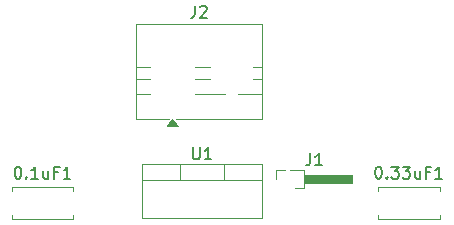
<source format=gbr>
%TF.GenerationSoftware,KiCad,Pcbnew,9.0.7*%
%TF.CreationDate,2026-01-22T13:26:51+05:30*%
%TF.ProjectId,uc7800,75633738-3030-42e6-9b69-6361645f7063,rev?*%
%TF.SameCoordinates,Original*%
%TF.FileFunction,Legend,Top*%
%TF.FilePolarity,Positive*%
%FSLAX46Y46*%
G04 Gerber Fmt 4.6, Leading zero omitted, Abs format (unit mm)*
G04 Created by KiCad (PCBNEW 9.0.7) date 2026-01-22 13:26:51*
%MOMM*%
%LPD*%
G01*
G04 APERTURE LIST*
%ADD10C,0.150000*%
%ADD11C,0.120000*%
G04 APERTURE END LIST*
D10*
X147880952Y-92954819D02*
X147976190Y-92954819D01*
X147976190Y-92954819D02*
X148071428Y-93002438D01*
X148071428Y-93002438D02*
X148119047Y-93050057D01*
X148119047Y-93050057D02*
X148166666Y-93145295D01*
X148166666Y-93145295D02*
X148214285Y-93335771D01*
X148214285Y-93335771D02*
X148214285Y-93573866D01*
X148214285Y-93573866D02*
X148166666Y-93764342D01*
X148166666Y-93764342D02*
X148119047Y-93859580D01*
X148119047Y-93859580D02*
X148071428Y-93907200D01*
X148071428Y-93907200D02*
X147976190Y-93954819D01*
X147976190Y-93954819D02*
X147880952Y-93954819D01*
X147880952Y-93954819D02*
X147785714Y-93907200D01*
X147785714Y-93907200D02*
X147738095Y-93859580D01*
X147738095Y-93859580D02*
X147690476Y-93764342D01*
X147690476Y-93764342D02*
X147642857Y-93573866D01*
X147642857Y-93573866D02*
X147642857Y-93335771D01*
X147642857Y-93335771D02*
X147690476Y-93145295D01*
X147690476Y-93145295D02*
X147738095Y-93050057D01*
X147738095Y-93050057D02*
X147785714Y-93002438D01*
X147785714Y-93002438D02*
X147880952Y-92954819D01*
X148642857Y-93859580D02*
X148690476Y-93907200D01*
X148690476Y-93907200D02*
X148642857Y-93954819D01*
X148642857Y-93954819D02*
X148595238Y-93907200D01*
X148595238Y-93907200D02*
X148642857Y-93859580D01*
X148642857Y-93859580D02*
X148642857Y-93954819D01*
X149642856Y-93954819D02*
X149071428Y-93954819D01*
X149357142Y-93954819D02*
X149357142Y-92954819D01*
X149357142Y-92954819D02*
X149261904Y-93097676D01*
X149261904Y-93097676D02*
X149166666Y-93192914D01*
X149166666Y-93192914D02*
X149071428Y-93240533D01*
X150499999Y-93288152D02*
X150499999Y-93954819D01*
X150071428Y-93288152D02*
X150071428Y-93811961D01*
X150071428Y-93811961D02*
X150119047Y-93907200D01*
X150119047Y-93907200D02*
X150214285Y-93954819D01*
X150214285Y-93954819D02*
X150357142Y-93954819D01*
X150357142Y-93954819D02*
X150452380Y-93907200D01*
X150452380Y-93907200D02*
X150499999Y-93859580D01*
X151309523Y-93431009D02*
X150976190Y-93431009D01*
X150976190Y-93954819D02*
X150976190Y-92954819D01*
X150976190Y-92954819D02*
X151452380Y-92954819D01*
X152357142Y-93954819D02*
X151785714Y-93954819D01*
X152071428Y-93954819D02*
X152071428Y-92954819D01*
X152071428Y-92954819D02*
X151976190Y-93097676D01*
X151976190Y-93097676D02*
X151880952Y-93192914D01*
X151880952Y-93192914D02*
X151785714Y-93240533D01*
X172669166Y-91819819D02*
X172669166Y-92534104D01*
X172669166Y-92534104D02*
X172621547Y-92676961D01*
X172621547Y-92676961D02*
X172526309Y-92772200D01*
X172526309Y-92772200D02*
X172383452Y-92819819D01*
X172383452Y-92819819D02*
X172288214Y-92819819D01*
X173669166Y-92819819D02*
X173097738Y-92819819D01*
X173383452Y-92819819D02*
X173383452Y-91819819D01*
X173383452Y-91819819D02*
X173288214Y-91962676D01*
X173288214Y-91962676D02*
X173192976Y-92057914D01*
X173192976Y-92057914D02*
X173097738Y-92105533D01*
X178404762Y-92954819D02*
X178500000Y-92954819D01*
X178500000Y-92954819D02*
X178595238Y-93002438D01*
X178595238Y-93002438D02*
X178642857Y-93050057D01*
X178642857Y-93050057D02*
X178690476Y-93145295D01*
X178690476Y-93145295D02*
X178738095Y-93335771D01*
X178738095Y-93335771D02*
X178738095Y-93573866D01*
X178738095Y-93573866D02*
X178690476Y-93764342D01*
X178690476Y-93764342D02*
X178642857Y-93859580D01*
X178642857Y-93859580D02*
X178595238Y-93907200D01*
X178595238Y-93907200D02*
X178500000Y-93954819D01*
X178500000Y-93954819D02*
X178404762Y-93954819D01*
X178404762Y-93954819D02*
X178309524Y-93907200D01*
X178309524Y-93907200D02*
X178261905Y-93859580D01*
X178261905Y-93859580D02*
X178214286Y-93764342D01*
X178214286Y-93764342D02*
X178166667Y-93573866D01*
X178166667Y-93573866D02*
X178166667Y-93335771D01*
X178166667Y-93335771D02*
X178214286Y-93145295D01*
X178214286Y-93145295D02*
X178261905Y-93050057D01*
X178261905Y-93050057D02*
X178309524Y-93002438D01*
X178309524Y-93002438D02*
X178404762Y-92954819D01*
X179166667Y-93859580D02*
X179214286Y-93907200D01*
X179214286Y-93907200D02*
X179166667Y-93954819D01*
X179166667Y-93954819D02*
X179119048Y-93907200D01*
X179119048Y-93907200D02*
X179166667Y-93859580D01*
X179166667Y-93859580D02*
X179166667Y-93954819D01*
X179547619Y-92954819D02*
X180166666Y-92954819D01*
X180166666Y-92954819D02*
X179833333Y-93335771D01*
X179833333Y-93335771D02*
X179976190Y-93335771D01*
X179976190Y-93335771D02*
X180071428Y-93383390D01*
X180071428Y-93383390D02*
X180119047Y-93431009D01*
X180119047Y-93431009D02*
X180166666Y-93526247D01*
X180166666Y-93526247D02*
X180166666Y-93764342D01*
X180166666Y-93764342D02*
X180119047Y-93859580D01*
X180119047Y-93859580D02*
X180071428Y-93907200D01*
X180071428Y-93907200D02*
X179976190Y-93954819D01*
X179976190Y-93954819D02*
X179690476Y-93954819D01*
X179690476Y-93954819D02*
X179595238Y-93907200D01*
X179595238Y-93907200D02*
X179547619Y-93859580D01*
X180500000Y-92954819D02*
X181119047Y-92954819D01*
X181119047Y-92954819D02*
X180785714Y-93335771D01*
X180785714Y-93335771D02*
X180928571Y-93335771D01*
X180928571Y-93335771D02*
X181023809Y-93383390D01*
X181023809Y-93383390D02*
X181071428Y-93431009D01*
X181071428Y-93431009D02*
X181119047Y-93526247D01*
X181119047Y-93526247D02*
X181119047Y-93764342D01*
X181119047Y-93764342D02*
X181071428Y-93859580D01*
X181071428Y-93859580D02*
X181023809Y-93907200D01*
X181023809Y-93907200D02*
X180928571Y-93954819D01*
X180928571Y-93954819D02*
X180642857Y-93954819D01*
X180642857Y-93954819D02*
X180547619Y-93907200D01*
X180547619Y-93907200D02*
X180500000Y-93859580D01*
X181976190Y-93288152D02*
X181976190Y-93954819D01*
X181547619Y-93288152D02*
X181547619Y-93811961D01*
X181547619Y-93811961D02*
X181595238Y-93907200D01*
X181595238Y-93907200D02*
X181690476Y-93954819D01*
X181690476Y-93954819D02*
X181833333Y-93954819D01*
X181833333Y-93954819D02*
X181928571Y-93907200D01*
X181928571Y-93907200D02*
X181976190Y-93859580D01*
X182785714Y-93431009D02*
X182452381Y-93431009D01*
X182452381Y-93954819D02*
X182452381Y-92954819D01*
X182452381Y-92954819D02*
X182928571Y-92954819D01*
X183833333Y-93954819D02*
X183261905Y-93954819D01*
X183547619Y-93954819D02*
X183547619Y-92954819D01*
X183547619Y-92954819D02*
X183452381Y-93097676D01*
X183452381Y-93097676D02*
X183357143Y-93192914D01*
X183357143Y-93192914D02*
X183261905Y-93240533D01*
X162916666Y-79334819D02*
X162916666Y-80049104D01*
X162916666Y-80049104D02*
X162869047Y-80191961D01*
X162869047Y-80191961D02*
X162773809Y-80287200D01*
X162773809Y-80287200D02*
X162630952Y-80334819D01*
X162630952Y-80334819D02*
X162535714Y-80334819D01*
X163345238Y-79430057D02*
X163392857Y-79382438D01*
X163392857Y-79382438D02*
X163488095Y-79334819D01*
X163488095Y-79334819D02*
X163726190Y-79334819D01*
X163726190Y-79334819D02*
X163821428Y-79382438D01*
X163821428Y-79382438D02*
X163869047Y-79430057D01*
X163869047Y-79430057D02*
X163916666Y-79525295D01*
X163916666Y-79525295D02*
X163916666Y-79620533D01*
X163916666Y-79620533D02*
X163869047Y-79763390D01*
X163869047Y-79763390D02*
X163297619Y-80334819D01*
X163297619Y-80334819D02*
X163916666Y-80334819D01*
X162738095Y-91304819D02*
X162738095Y-92114342D01*
X162738095Y-92114342D02*
X162785714Y-92209580D01*
X162785714Y-92209580D02*
X162833333Y-92257200D01*
X162833333Y-92257200D02*
X162928571Y-92304819D01*
X162928571Y-92304819D02*
X163119047Y-92304819D01*
X163119047Y-92304819D02*
X163214285Y-92257200D01*
X163214285Y-92257200D02*
X163261904Y-92209580D01*
X163261904Y-92209580D02*
X163309523Y-92114342D01*
X163309523Y-92114342D02*
X163309523Y-91304819D01*
X164309523Y-92304819D02*
X163738095Y-92304819D01*
X164023809Y-92304819D02*
X164023809Y-91304819D01*
X164023809Y-91304819D02*
X163928571Y-91447676D01*
X163928571Y-91447676D02*
X163833333Y-91542914D01*
X163833333Y-91542914D02*
X163738095Y-91590533D01*
D11*
%TO.C,0.1uF1*%
X147380000Y-94630000D02*
X152620000Y-94630000D01*
X147380000Y-94967000D02*
X147380000Y-94630000D01*
X147380000Y-97370000D02*
X147380000Y-97033000D01*
X152620000Y-94630000D02*
X152620000Y-94967000D01*
X152620000Y-97033000D02*
X152620000Y-97370000D01*
X152620000Y-97370000D02*
X147380000Y-97370000D01*
%TO.C,J1*%
X169760000Y-93190000D02*
X170570000Y-93190000D01*
X169760000Y-94000000D02*
X169760000Y-93190000D01*
X170960000Y-93255000D02*
X172180000Y-93255000D01*
X172180000Y-93255000D02*
X172180000Y-94745000D01*
X172180000Y-94745000D02*
X171380000Y-94745000D01*
X172180000Y-93690000D02*
X176180000Y-93690000D01*
X176180000Y-94310000D01*
X172180000Y-94310000D01*
X172180000Y-93690000D01*
G36*
X172180000Y-93690000D02*
G01*
X176180000Y-93690000D01*
X176180000Y-94310000D01*
X172180000Y-94310000D01*
X172180000Y-93690000D01*
G37*
%TO.C,0.33uF1*%
X178380000Y-94630000D02*
X183620000Y-94630000D01*
X178380000Y-94967000D02*
X178380000Y-94630000D01*
X178380000Y-97370000D02*
X178380000Y-97033000D01*
X183620000Y-94630000D02*
X183620000Y-94967000D01*
X183620000Y-97033000D02*
X183620000Y-97370000D01*
X183620000Y-97370000D02*
X178380000Y-97370000D01*
%TO.C,J2*%
X157880000Y-80880000D02*
X168620000Y-80880000D01*
X157880000Y-84500000D02*
X159120000Y-84500000D01*
X157880000Y-85500000D02*
X159120000Y-85500000D01*
X157880000Y-86800000D02*
X159120000Y-86800000D01*
X157880000Y-88920000D02*
X157880000Y-80880000D01*
X160700000Y-88920000D02*
X157880000Y-88920000D01*
X162880000Y-84500000D02*
X164188000Y-84500000D01*
X162880000Y-85500000D02*
X164188000Y-85500000D01*
X162880000Y-86800000D02*
X165457000Y-86800000D01*
X166543000Y-86800000D02*
X168620000Y-86800000D01*
X167812000Y-84500000D02*
X168620000Y-84500000D01*
X167812000Y-85500000D02*
X168620000Y-85500000D01*
X168620000Y-80880000D02*
X168620000Y-88920000D01*
X168620000Y-88920000D02*
X161300000Y-88920000D01*
X161440000Y-89530000D02*
X160560000Y-89530000D01*
X161000000Y-88920000D01*
X161440000Y-89530000D01*
G36*
X161440000Y-89530000D02*
G01*
X160560000Y-89530000D01*
X161000000Y-88920000D01*
X161440000Y-89530000D01*
G37*
%TO.C,U1*%
X158390000Y-92690000D02*
X168610000Y-92690000D01*
X158390000Y-94070000D02*
X168610000Y-94070000D01*
X158390000Y-97310000D02*
X158390000Y-92690000D01*
X161650000Y-92690000D02*
X161650000Y-94070000D01*
X165350000Y-92690000D02*
X165350000Y-94070000D01*
X168610000Y-92690000D02*
X168610000Y-97310000D01*
X168610000Y-97310000D02*
X158390000Y-97310000D01*
%TD*%
M02*

</source>
